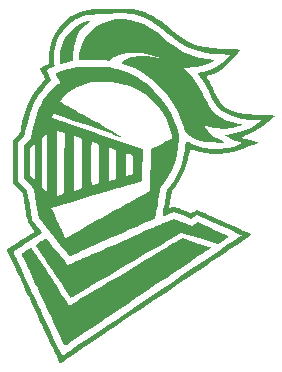
<source format=gbo>
%TF.GenerationSoftware,KiCad,Pcbnew,6.0.9-8da3e8f707~116~ubuntu20.04.1*%
%TF.CreationDate,2023-01-26T21:54:06-05:00*%
%TF.ProjectId,free2breathe_pcb,66726565-3262-4726-9561-7468655f7063,rev?*%
%TF.SameCoordinates,Original*%
%TF.FileFunction,Legend,Bot*%
%TF.FilePolarity,Positive*%
%FSLAX46Y46*%
G04 Gerber Fmt 4.6, Leading zero omitted, Abs format (unit mm)*
G04 Created by KiCad (PCBNEW 6.0.9-8da3e8f707~116~ubuntu20.04.1) date 2023-01-26 21:54:06*
%MOMM*%
%LPD*%
G01*
G04 APERTURE LIST*
G04 Aperture macros list*
%AMRoundRect*
0 Rectangle with rounded corners*
0 $1 Rounding radius*
0 $2 $3 $4 $5 $6 $7 $8 $9 X,Y pos of 4 corners*
0 Add a 4 corners polygon primitive as box body*
4,1,4,$2,$3,$4,$5,$6,$7,$8,$9,$2,$3,0*
0 Add four circle primitives for the rounded corners*
1,1,$1+$1,$2,$3*
1,1,$1+$1,$4,$5*
1,1,$1+$1,$6,$7*
1,1,$1+$1,$8,$9*
0 Add four rect primitives between the rounded corners*
20,1,$1+$1,$2,$3,$4,$5,0*
20,1,$1+$1,$4,$5,$6,$7,0*
20,1,$1+$1,$6,$7,$8,$9,0*
20,1,$1+$1,$8,$9,$2,$3,0*%
%AMRotRect*
0 Rectangle, with rotation*
0 The origin of the aperture is its center*
0 $1 length*
0 $2 width*
0 $3 Rotation angle, in degrees counterclockwise*
0 Add horizontal line*
21,1,$1,$2,0,0,$3*%
G04 Aperture macros list end*
%ADD10C,0.650000*%
%ADD11C,0.800000*%
%ADD12C,6.400000*%
%ADD13C,1.308000*%
%ADD14C,2.250000*%
%ADD15RotRect,1.498600X1.498600X330.000000*%
%ADD16C,1.498600*%
%ADD17R,1.800000X1.800000*%
%ADD18C,1.800000*%
%ADD19RotRect,1.308000X1.308000X210.000000*%
%ADD20RotRect,1.498600X1.498600X210.000000*%
%ADD21RoundRect,0.250000X-0.625000X0.350000X-0.625000X-0.350000X0.625000X-0.350000X0.625000X0.350000X0*%
%ADD22O,1.750000X1.200000*%
%ADD23RotRect,1.308000X1.308000X330.000000*%
%ADD24R,1.600000X1.600000*%
%ADD25O,1.600000X1.600000*%
%ADD26C,1.524000*%
G04 APERTURE END LIST*
%TO.C,G\u002A\u002A\u002A*%
G36*
X132184937Y-87210457D02*
G01*
X131956948Y-87382650D01*
X131741306Y-87541999D01*
X131552560Y-87677258D01*
X131405262Y-87777179D01*
X131354964Y-87808797D01*
X131112570Y-87947448D01*
X130838317Y-88088313D01*
X130582403Y-88205275D01*
X130128935Y-88395143D01*
X130863424Y-88587242D01*
X130995027Y-88622162D01*
X131233401Y-88688246D01*
X131424624Y-88745053D01*
X131551770Y-88787444D01*
X131597913Y-88810280D01*
X131593704Y-88816872D01*
X131520349Y-88858265D01*
X131362509Y-88926688D01*
X131129034Y-89018727D01*
X130828773Y-89130969D01*
X130470578Y-89259997D01*
X130063297Y-89402397D01*
X130045364Y-89408565D01*
X129453397Y-89587932D01*
X128900968Y-89702482D01*
X128355742Y-89757252D01*
X127785388Y-89757279D01*
X127760095Y-89756151D01*
X127176429Y-89707274D01*
X126648407Y-89613721D01*
X126139588Y-89469110D01*
X125986450Y-89419934D01*
X125868063Y-89386804D01*
X125818821Y-89379784D01*
X125817562Y-89382903D01*
X125803325Y-89452086D01*
X125779776Y-89590876D01*
X125751305Y-89773658D01*
X125744866Y-89815443D01*
X125584058Y-90533003D01*
X125334562Y-91235683D01*
X125005502Y-91901695D01*
X124605999Y-92509249D01*
X124274918Y-92947225D01*
X124171690Y-93544437D01*
X124131345Y-93774362D01*
X124091677Y-93993504D01*
X124059870Y-94161952D01*
X124040437Y-94255268D01*
X124025441Y-94328731D01*
X124040918Y-94360811D01*
X124109037Y-94346828D01*
X124249986Y-94290142D01*
X124300620Y-94269623D01*
X124369271Y-94249615D01*
X124442708Y-94247061D01*
X124538718Y-94266000D01*
X124675088Y-94310467D01*
X124869603Y-94384498D01*
X125140052Y-94492130D01*
X125258375Y-94539184D01*
X125495104Y-94631472D01*
X125691633Y-94705602D01*
X125830178Y-94754942D01*
X125892954Y-94772863D01*
X125917285Y-94767131D01*
X126014630Y-94721988D01*
X126144235Y-94646620D01*
X126205524Y-94609579D01*
X126327894Y-94545663D01*
X126403343Y-94520378D01*
X126455830Y-94539210D01*
X126590076Y-94595216D01*
X126794909Y-94683552D01*
X127059493Y-94799348D01*
X127372994Y-94937738D01*
X127724576Y-95093852D01*
X128103405Y-95262822D01*
X128498646Y-95439781D01*
X128899465Y-95619860D01*
X129295025Y-95798192D01*
X129674493Y-95969907D01*
X130027033Y-96130138D01*
X130341811Y-96274016D01*
X130607992Y-96396674D01*
X130814741Y-96493244D01*
X130951223Y-96558856D01*
X131006603Y-96588644D01*
X131006005Y-96590980D01*
X130953974Y-96634869D01*
X130824843Y-96729954D01*
X130624370Y-96872285D01*
X130358318Y-97057912D01*
X130032445Y-97282884D01*
X129652513Y-97543251D01*
X129224282Y-97835064D01*
X128753513Y-98154371D01*
X128245966Y-98497222D01*
X127707402Y-98859667D01*
X127143581Y-99237755D01*
X125962280Y-100028543D01*
X124817581Y-100794872D01*
X123751669Y-101508506D01*
X122761919Y-102171208D01*
X121845708Y-102784739D01*
X121000410Y-103350860D01*
X120223401Y-103871332D01*
X119512057Y-104347918D01*
X118863753Y-104782378D01*
X118275864Y-105176473D01*
X117745767Y-105531966D01*
X117270836Y-105850617D01*
X116848448Y-106134189D01*
X116475977Y-106384442D01*
X116150799Y-106603138D01*
X115870290Y-106792038D01*
X115631825Y-106952903D01*
X115432780Y-107087496D01*
X115270530Y-107197577D01*
X115142451Y-107284909D01*
X115045918Y-107351251D01*
X114978307Y-107398366D01*
X114936993Y-107428016D01*
X114919351Y-107441961D01*
X114887569Y-107466791D01*
X114816301Y-107484161D01*
X114801596Y-107461989D01*
X114746553Y-107357249D01*
X114654973Y-107173282D01*
X114530402Y-106917497D01*
X114376383Y-106597304D01*
X114196460Y-106220115D01*
X113994176Y-105793339D01*
X113773076Y-105324386D01*
X113536702Y-104820668D01*
X113288600Y-104289594D01*
X113153482Y-103999745D01*
X112902763Y-103461955D01*
X112661798Y-102945144D01*
X112434703Y-102458132D01*
X112225590Y-102009739D01*
X112038574Y-101608786D01*
X111877767Y-101264092D01*
X111747285Y-100984477D01*
X111651240Y-100778761D01*
X111593747Y-100655765D01*
X111393807Y-100228761D01*
X111161993Y-99733780D01*
X110967189Y-99317962D01*
X110806090Y-98974264D01*
X110675393Y-98695645D01*
X110571794Y-98475060D01*
X110491989Y-98305470D01*
X110432674Y-98179830D01*
X110390546Y-98091099D01*
X110350844Y-98003801D01*
X110869425Y-98003801D01*
X110881708Y-98053578D01*
X110931756Y-98183275D01*
X111014612Y-98380038D01*
X111124922Y-98631453D01*
X111257329Y-98925106D01*
X111406477Y-99248584D01*
X111490944Y-99429877D01*
X111676775Y-99828740D01*
X111868295Y-100239823D01*
X112053418Y-100637184D01*
X112220058Y-100994883D01*
X112356130Y-101286978D01*
X112357020Y-101288888D01*
X112457732Y-101505029D01*
X112594984Y-101799509D01*
X112762693Y-102159280D01*
X112954777Y-102571298D01*
X113165155Y-103022516D01*
X113387742Y-103499888D01*
X113616458Y-103990370D01*
X113845220Y-104480914D01*
X113918436Y-104637629D01*
X114128545Y-105084192D01*
X114325751Y-105498762D01*
X114505862Y-105872806D01*
X114664682Y-106197791D01*
X114798016Y-106465183D01*
X114901670Y-106666450D01*
X114971449Y-106793059D01*
X115003158Y-106836475D01*
X115024422Y-106829155D01*
X115119876Y-106776837D01*
X115265342Y-106685641D01*
X115438867Y-106569042D01*
X115479033Y-106541504D01*
X115615954Y-106448672D01*
X115827207Y-106306163D01*
X116106493Y-106118205D01*
X116447514Y-105889024D01*
X116843969Y-105622847D01*
X117289560Y-105323901D01*
X117777989Y-104996411D01*
X118302955Y-104644606D01*
X118858162Y-104272711D01*
X119437308Y-103884954D01*
X120034096Y-103485561D01*
X120272444Y-103326081D01*
X121410916Y-102564245D01*
X122468082Y-101856670D01*
X123446188Y-101201845D01*
X124347477Y-100598263D01*
X125174193Y-100044414D01*
X125928580Y-99538791D01*
X126612883Y-99079884D01*
X127229344Y-98666185D01*
X127780208Y-98296184D01*
X128267718Y-97968374D01*
X128694120Y-97681246D01*
X129061657Y-97433291D01*
X129372572Y-97223000D01*
X129629110Y-97048864D01*
X129833515Y-96909375D01*
X129988030Y-96803025D01*
X130094901Y-96728303D01*
X130156369Y-96683703D01*
X130174681Y-96667715D01*
X130166590Y-96663509D01*
X130085776Y-96625743D01*
X129926409Y-96552757D01*
X129698294Y-96448996D01*
X129411236Y-96318907D01*
X129075040Y-96166936D01*
X128699510Y-95997528D01*
X128294453Y-95815129D01*
X126430158Y-94976363D01*
X126180133Y-95120714D01*
X125930107Y-95265066D01*
X125191346Y-94967068D01*
X124452585Y-94669071D01*
X123981044Y-94876431D01*
X123838658Y-94937714D01*
X123664180Y-95008533D01*
X123541021Y-95053144D01*
X123489510Y-95063797D01*
X123488966Y-95044793D01*
X123500813Y-94941338D01*
X123527099Y-94760730D01*
X123565621Y-94517148D01*
X123614177Y-94224774D01*
X123670567Y-93897786D01*
X123871618Y-92751768D01*
X124172896Y-92372641D01*
X124428550Y-92030472D01*
X124741618Y-91526108D01*
X124982618Y-91011303D01*
X125031386Y-90878341D01*
X125128885Y-90559820D01*
X125223384Y-90190337D01*
X125307444Y-89802739D01*
X125373627Y-89429869D01*
X125414492Y-89104572D01*
X125418889Y-89057728D01*
X125440352Y-88882467D01*
X125463480Y-88759565D01*
X125483977Y-88713220D01*
X125488494Y-88713917D01*
X125560521Y-88742061D01*
X125693217Y-88803124D01*
X125861788Y-88885782D01*
X125936079Y-88921948D01*
X126459997Y-89120578D01*
X127039270Y-89255040D01*
X127654012Y-89325015D01*
X128284340Y-89330182D01*
X128910368Y-89270220D01*
X129512213Y-89144808D01*
X130069989Y-88953627D01*
X130233715Y-88884260D01*
X129817504Y-88717002D01*
X129703573Y-88669732D01*
X129484049Y-88571866D01*
X129267018Y-88467863D01*
X129070466Y-88367099D01*
X128912374Y-88278947D01*
X128810729Y-88212785D01*
X128783513Y-88177985D01*
X128793584Y-88173562D01*
X128880169Y-88155299D01*
X129033584Y-88131356D01*
X129229174Y-88105729D01*
X129652071Y-88035244D01*
X130314428Y-87843212D01*
X130945467Y-87557625D01*
X131535663Y-87182296D01*
X131902637Y-86910965D01*
X131207432Y-86877172D01*
X130957356Y-86861797D01*
X130233113Y-86775407D01*
X129590563Y-86630733D01*
X129030030Y-86427861D01*
X128551835Y-86166879D01*
X128519630Y-86145298D01*
X128365242Y-86033084D01*
X128231987Y-85914830D01*
X128109554Y-85776141D01*
X127987627Y-85602621D01*
X127855894Y-85379876D01*
X127704042Y-85093511D01*
X127521758Y-84729131D01*
X127396999Y-84481433D01*
X127229310Y-84162643D01*
X127062631Y-83859348D01*
X126910936Y-83596855D01*
X126788195Y-83400472D01*
X126689980Y-83250195D01*
X126590827Y-83089220D01*
X126527810Y-82975075D01*
X126511518Y-82925924D01*
X126520571Y-82920813D01*
X126604570Y-82892772D01*
X126754231Y-82851462D01*
X126944830Y-82803848D01*
X127497720Y-82630492D01*
X128032986Y-82372784D01*
X128508724Y-82044882D01*
X128912602Y-81653991D01*
X129170713Y-81356050D01*
X128478050Y-81322840D01*
X127775801Y-81272699D01*
X127147150Y-81190223D01*
X126582685Y-81071494D01*
X126065870Y-80912255D01*
X125580168Y-80708246D01*
X125109046Y-80455209D01*
X124935842Y-80350148D01*
X124766112Y-80240353D01*
X124601654Y-80123999D01*
X124426534Y-79988737D01*
X124224818Y-79822220D01*
X123980575Y-79612099D01*
X123677869Y-79346024D01*
X123135974Y-78912457D01*
X122513625Y-78514310D01*
X121873479Y-78203384D01*
X121227751Y-77986456D01*
X121057073Y-77947330D01*
X120683440Y-77887540D01*
X120286156Y-77851318D01*
X119904968Y-77841674D01*
X119579622Y-77861619D01*
X119565540Y-77863333D01*
X119386822Y-77880413D01*
X119132307Y-77899230D01*
X118824643Y-77918364D01*
X118486478Y-77936395D01*
X118140457Y-77951901D01*
X117908195Y-77961816D01*
X117538702Y-77982050D01*
X117241587Y-78007520D01*
X116998165Y-78041989D01*
X116789754Y-78089217D01*
X116597668Y-78152967D01*
X116403223Y-78237001D01*
X116187736Y-78345082D01*
X115823594Y-78572437D01*
X115415419Y-78924384D01*
X115052966Y-79346248D01*
X114747265Y-79822818D01*
X114509344Y-80338885D01*
X114350232Y-80879238D01*
X114323552Y-81030421D01*
X114292306Y-81329209D01*
X114281150Y-81640950D01*
X114290898Y-81928511D01*
X114322359Y-82154756D01*
X114364873Y-82337644D01*
X114018172Y-82505367D01*
X113983067Y-82522497D01*
X113825013Y-82603734D01*
X113714204Y-82667492D01*
X113672800Y-82701207D01*
X113676060Y-82711784D01*
X113713329Y-82792833D01*
X113783298Y-82932209D01*
X113874788Y-83107432D01*
X113909201Y-83172778D01*
X113994132Y-83338979D01*
X114053262Y-83462107D01*
X114075448Y-83519292D01*
X114062960Y-83540247D01*
X113992669Y-83620899D01*
X113874291Y-83743975D01*
X113723712Y-83892617D01*
X113336649Y-84318211D01*
X112951308Y-84862243D01*
X112614685Y-85473778D01*
X112336018Y-86137873D01*
X112329933Y-86154935D01*
X112246993Y-86410977D01*
X112156997Y-86724131D01*
X112067686Y-87063792D01*
X111986801Y-87399358D01*
X111922083Y-87700223D01*
X111881272Y-87935785D01*
X111876096Y-87971608D01*
X111846893Y-88102005D01*
X111793872Y-88212627D01*
X111699657Y-88332255D01*
X111546870Y-88489672D01*
X111247614Y-88785805D01*
X111247614Y-92049433D01*
X111645383Y-92471720D01*
X112043151Y-92894006D01*
X112123789Y-93341089D01*
X112136487Y-93412182D01*
X112178846Y-93654915D01*
X112230046Y-93954046D01*
X112284744Y-94278230D01*
X112337601Y-94596123D01*
X112470776Y-95404075D01*
X112758487Y-95757554D01*
X112801413Y-95810445D01*
X112950786Y-95996521D01*
X113085750Y-96167399D01*
X113181436Y-96291675D01*
X113316674Y-96472317D01*
X112105283Y-97218264D01*
X112057661Y-97247608D01*
X111746618Y-97440220D01*
X111465878Y-97615669D01*
X111226616Y-97766853D01*
X111040004Y-97886672D01*
X110917216Y-97968022D01*
X110869425Y-98003801D01*
X110350844Y-98003801D01*
X110347140Y-97995656D01*
X110303394Y-97883682D01*
X110294321Y-97833556D01*
X110294745Y-97833234D01*
X110345605Y-97800995D01*
X110470679Y-97723355D01*
X110658686Y-97607270D01*
X110898342Y-97459698D01*
X111178366Y-97287594D01*
X111487475Y-97097915D01*
X111506532Y-97086226D01*
X111813261Y-96896859D01*
X112089033Y-96724390D01*
X112322773Y-96575921D01*
X112503405Y-96458552D01*
X112619853Y-96379384D01*
X112661041Y-96345518D01*
X112643455Y-96310001D01*
X112577168Y-96214014D01*
X112478570Y-96085785D01*
X112444390Y-96043204D01*
X112324931Y-95894190D01*
X112231902Y-95771236D01*
X112159753Y-95658662D01*
X112102930Y-95540789D01*
X112055882Y-95401935D01*
X112013054Y-95226422D01*
X111968895Y-94998569D01*
X111917852Y-94702697D01*
X111854373Y-94323126D01*
X111648197Y-93093687D01*
X110844557Y-92222763D01*
X110844098Y-90403290D01*
X110843638Y-88583816D01*
X111142681Y-88287894D01*
X111231793Y-88198560D01*
X111349624Y-88068092D01*
X111421168Y-87956118D01*
X111464706Y-87830291D01*
X111498520Y-87658262D01*
X111614123Y-87082103D01*
X111833106Y-86293747D01*
X112110986Y-85557350D01*
X112443210Y-84883030D01*
X112825223Y-84280909D01*
X113252469Y-83761107D01*
X113568919Y-83425654D01*
X113342461Y-83005612D01*
X113288101Y-82903141D01*
X113199695Y-82728200D01*
X113138728Y-82596120D01*
X113116004Y-82529613D01*
X113119090Y-82520788D01*
X113181747Y-82465029D01*
X113308543Y-82384982D01*
X113477603Y-82294848D01*
X113839203Y-82116039D01*
X113848979Y-81589481D01*
X113856861Y-81397675D01*
X113944520Y-80766563D01*
X114121804Y-80161982D01*
X114382583Y-79593856D01*
X114720726Y-79072107D01*
X115130104Y-78606656D01*
X115604586Y-78207426D01*
X116138043Y-77884340D01*
X116245026Y-77832787D01*
X116527178Y-77719604D01*
X116827117Y-77635582D01*
X117165424Y-77576764D01*
X117562679Y-77539197D01*
X118039463Y-77518924D01*
X118183501Y-77515304D01*
X118576708Y-77505028D01*
X119009361Y-77493282D01*
X119438250Y-77481253D01*
X119820166Y-77470123D01*
X120082091Y-77463803D01*
X120470323Y-77463778D01*
X120796928Y-77480736D01*
X121086463Y-77518335D01*
X121363487Y-77580231D01*
X121652557Y-77670083D01*
X121978231Y-77791549D01*
X122289175Y-77921484D01*
X122659242Y-78102118D01*
X123013358Y-78309626D01*
X123371384Y-78556925D01*
X123753179Y-78856931D01*
X124178606Y-79222561D01*
X124474911Y-79476319D01*
X125019358Y-79890066D01*
X125544590Y-80216412D01*
X126059620Y-80460644D01*
X126573459Y-80628053D01*
X126607055Y-80636449D01*
X127150118Y-80746641D01*
X127767431Y-80829749D01*
X128436778Y-80883371D01*
X129135941Y-80905105D01*
X129395238Y-80908839D01*
X129649794Y-80916798D01*
X129851519Y-80927876D01*
X129984361Y-80941166D01*
X130032263Y-80955761D01*
X130021710Y-80981688D01*
X129956281Y-81076919D01*
X129842140Y-81222323D01*
X129692193Y-81402789D01*
X129519346Y-81603210D01*
X129336505Y-81808474D01*
X129156575Y-82003474D01*
X128992462Y-82173101D01*
X128799110Y-82350471D01*
X128407346Y-82642139D01*
X127982011Y-82887613D01*
X127560265Y-83063786D01*
X127555496Y-83065353D01*
X127388647Y-83121544D01*
X127265054Y-83165695D01*
X127211161Y-83188367D01*
X127216370Y-83217117D01*
X127260351Y-83311854D01*
X127335242Y-83446625D01*
X127383022Y-83531761D01*
X127478707Y-83711592D01*
X127599972Y-83946212D01*
X127736108Y-84214847D01*
X127876408Y-84496719D01*
X127984220Y-84712293D01*
X128119016Y-84973537D01*
X128240478Y-85200143D01*
X128338478Y-85373310D01*
X128402890Y-85474235D01*
X128584675Y-85659262D01*
X128861176Y-85851186D01*
X129203909Y-86027799D01*
X129594854Y-86181077D01*
X130015992Y-86302996D01*
X130449303Y-86385533D01*
X130471600Y-86388464D01*
X130658056Y-86406930D01*
X130919241Y-86426020D01*
X131232672Y-86444394D01*
X131575866Y-86460711D01*
X131926341Y-86473630D01*
X132053827Y-86477799D01*
X132359676Y-86489604D01*
X132622686Y-86502304D01*
X132828325Y-86515044D01*
X132962063Y-86526971D01*
X133009370Y-86537232D01*
X133000800Y-86550507D01*
X132929340Y-86618205D01*
X132797473Y-86729296D01*
X132619750Y-86872533D01*
X132570806Y-86910965D01*
X132410721Y-87036669D01*
X132184937Y-87210457D01*
G37*
G36*
X126360208Y-97275627D02*
G01*
X126601699Y-97356062D01*
X126904254Y-97457603D01*
X127164112Y-97545703D01*
X127367969Y-97615813D01*
X127502521Y-97663385D01*
X127554465Y-97683871D01*
X127559633Y-97690362D01*
X127557334Y-97701010D01*
X127540748Y-97719766D01*
X127503555Y-97751015D01*
X127439433Y-97799140D01*
X127342059Y-97868525D01*
X127205113Y-97963555D01*
X127022272Y-98088612D01*
X126787216Y-98248082D01*
X126493621Y-98446348D01*
X126135167Y-98687794D01*
X125705532Y-98976803D01*
X125198395Y-99317761D01*
X124756823Y-99614692D01*
X124288443Y-99929813D01*
X123825016Y-100241754D01*
X123379691Y-100541659D01*
X122965613Y-100820671D01*
X122595929Y-101069935D01*
X122283786Y-101280594D01*
X122042331Y-101443792D01*
X121987533Y-101480861D01*
X121708770Y-101669145D01*
X121365423Y-101900686D01*
X120973100Y-102164980D01*
X120547404Y-102451520D01*
X120103942Y-102749802D01*
X119658320Y-103049320D01*
X119226143Y-103339569D01*
X119144373Y-103394471D01*
X118702612Y-103691399D01*
X118246414Y-103998514D01*
X117792170Y-104304752D01*
X117356272Y-104599047D01*
X116955110Y-104870334D01*
X116605078Y-105107549D01*
X116322565Y-105299626D01*
X116077065Y-105465881D01*
X115808742Y-105644937D01*
X115576966Y-105796707D01*
X115393381Y-105913674D01*
X115269634Y-105988320D01*
X115217368Y-106013127D01*
X115213646Y-106011069D01*
X115189004Y-105977925D01*
X115145172Y-105900549D01*
X115079614Y-105773651D01*
X114989796Y-105591940D01*
X114873180Y-105350128D01*
X114727234Y-105042922D01*
X114549421Y-104665034D01*
X114337206Y-104211174D01*
X114088054Y-103676050D01*
X113799429Y-103054374D01*
X113747458Y-102942420D01*
X113614177Y-102655916D01*
X113460407Y-102325966D01*
X113301296Y-101985065D01*
X113151994Y-101665706D01*
X113057062Y-101462858D01*
X112903764Y-101135304D01*
X112726804Y-100757196D01*
X112537011Y-100351671D01*
X112345212Y-99941866D01*
X112162238Y-99550918D01*
X112129210Y-99480329D01*
X111974821Y-99149755D01*
X111836442Y-98852492D01*
X111719452Y-98600164D01*
X111629229Y-98404395D01*
X111571151Y-98276809D01*
X111550597Y-98229028D01*
X111551326Y-98227565D01*
X111600941Y-98190642D01*
X111713103Y-98118219D01*
X111866203Y-98024315D01*
X111868629Y-98022857D01*
X112041533Y-97918437D01*
X112192730Y-97826248D01*
X112289737Y-97766095D01*
X112318609Y-97750909D01*
X112352949Y-97748202D01*
X112394413Y-97769923D01*
X112449744Y-97824743D01*
X112525685Y-97921337D01*
X112628978Y-98068378D01*
X112766366Y-98274539D01*
X112944591Y-98548494D01*
X113170396Y-98898915D01*
X113360379Y-99194213D01*
X113586839Y-99546039D01*
X113806094Y-99886506D01*
X114006292Y-100197215D01*
X114175582Y-100459768D01*
X114302110Y-100655765D01*
X114341072Y-100716070D01*
X114514435Y-100984672D01*
X114714753Y-101295367D01*
X114920218Y-101614319D01*
X115109022Y-101907690D01*
X115194536Y-102039486D01*
X115364578Y-102291452D01*
X115491328Y-102461693D01*
X115578517Y-102555000D01*
X115629879Y-102576163D01*
X115657522Y-102562853D01*
X115717067Y-102530393D01*
X115811193Y-102476890D01*
X115943901Y-102399967D01*
X116119193Y-102297244D01*
X116341070Y-102166342D01*
X116613534Y-102004884D01*
X116940586Y-101810490D01*
X117326227Y-101580782D01*
X117774459Y-101313381D01*
X118289283Y-101005909D01*
X118874701Y-100655987D01*
X119534715Y-100261236D01*
X120273325Y-99819277D01*
X121094533Y-99327733D01*
X121493807Y-99088746D01*
X122012725Y-98778248D01*
X122510652Y-98480422D01*
X122979382Y-98200173D01*
X123410707Y-97942401D01*
X123796422Y-97712011D01*
X124128321Y-97513905D01*
X124398196Y-97352985D01*
X124597843Y-97234154D01*
X124719055Y-97162315D01*
X125187513Y-96886244D01*
X126360208Y-97275627D01*
G37*
G36*
X125967495Y-95840882D02*
G01*
X126219980Y-95704808D01*
X126472465Y-95568735D01*
X127758520Y-96150634D01*
X127803265Y-96170902D01*
X128134172Y-96322253D01*
X128431971Y-96460947D01*
X128684838Y-96581291D01*
X128880946Y-96677588D01*
X129008467Y-96744144D01*
X129055576Y-96775263D01*
X129033616Y-96805740D01*
X128942102Y-96881674D01*
X128795334Y-96987522D01*
X128610407Y-97110413D01*
X128154236Y-97402835D01*
X126609875Y-96920725D01*
X125065515Y-96438616D01*
X124733801Y-96634836D01*
X124728070Y-96638226D01*
X124623520Y-96700020D01*
X124440269Y-96808286D01*
X124185842Y-96958581D01*
X123867765Y-97146461D01*
X123493562Y-97367479D01*
X123070758Y-97617193D01*
X122606879Y-97891158D01*
X122109449Y-98184929D01*
X121585993Y-98494061D01*
X121044036Y-98814111D01*
X120548936Y-99106527D01*
X119989378Y-99437106D01*
X119441602Y-99760819D01*
X118915004Y-100072109D01*
X118418986Y-100365415D01*
X117962945Y-100635178D01*
X117556281Y-100875841D01*
X117208393Y-101081843D01*
X116928680Y-101247626D01*
X116726541Y-101367631D01*
X116600429Y-101442366D01*
X116329660Y-101601061D01*
X116092710Y-101737550D01*
X115902762Y-101844372D01*
X115772998Y-101914066D01*
X115716601Y-101939173D01*
X115690562Y-101908220D01*
X115614497Y-101801667D01*
X115495105Y-101628325D01*
X115338685Y-101397727D01*
X115151534Y-101119408D01*
X114939954Y-100802900D01*
X114710241Y-100457738D01*
X114468696Y-100093453D01*
X114221618Y-99719581D01*
X113975305Y-99345654D01*
X113736056Y-98981206D01*
X113510171Y-98635771D01*
X113303948Y-98318880D01*
X113123687Y-98040070D01*
X112975685Y-97808871D01*
X112866244Y-97634819D01*
X112801660Y-97527446D01*
X112798789Y-97512025D01*
X112846007Y-97440339D01*
X112978673Y-97328309D01*
X113199311Y-97173689D01*
X113302676Y-97105587D01*
X113472521Y-96999913D01*
X113584189Y-96943835D01*
X113653464Y-96930321D01*
X113696131Y-96952337D01*
X113741657Y-97006582D01*
X113841739Y-97129396D01*
X113987061Y-97309279D01*
X114168685Y-97535139D01*
X114377673Y-97795883D01*
X114605086Y-98080417D01*
X114607845Y-98083874D01*
X114832068Y-98364742D01*
X115034901Y-98618710D01*
X115208024Y-98835370D01*
X115343117Y-99004311D01*
X115431861Y-99115126D01*
X115465935Y-99157406D01*
X115480563Y-99156203D01*
X115568017Y-99126529D01*
X115715410Y-99067491D01*
X115901476Y-98987391D01*
X115956107Y-98963238D01*
X116181323Y-98864271D01*
X116459645Y-98742611D01*
X116760864Y-98611446D01*
X117054772Y-98483962D01*
X117237540Y-98404581D01*
X117509179Y-98286133D01*
X117848384Y-98137904D01*
X118242353Y-97965498D01*
X118678285Y-97774522D01*
X119143378Y-97570580D01*
X119624831Y-97359278D01*
X120109841Y-97146222D01*
X120567181Y-96945301D01*
X121049188Y-96733698D01*
X121515564Y-96529107D01*
X121953508Y-96337137D01*
X122350217Y-96163397D01*
X122692889Y-96013497D01*
X122968721Y-95893046D01*
X123164911Y-95807653D01*
X123280656Y-95757390D01*
X123557240Y-95636968D01*
X123814847Y-95524405D01*
X124028908Y-95430449D01*
X124174851Y-95365850D01*
X124452585Y-95241738D01*
X125967495Y-95840882D01*
G37*
G36*
X124831046Y-89145590D02*
G01*
X124729080Y-89866530D01*
X124549485Y-90542704D01*
X124295002Y-91166337D01*
X123968374Y-91729653D01*
X123572340Y-92224878D01*
X123362094Y-92449193D01*
X123133453Y-93749895D01*
X123077249Y-94065736D01*
X123016929Y-94395956D01*
X122962568Y-94684540D01*
X122916949Y-94917012D01*
X122882856Y-95078897D01*
X122863074Y-95155721D01*
X122845342Y-95181147D01*
X122766410Y-95242010D01*
X122621179Y-95325122D01*
X122402688Y-95434058D01*
X122103974Y-95572393D01*
X121718074Y-95743702D01*
X121602264Y-95794407D01*
X121309252Y-95922806D01*
X120961212Y-96075438D01*
X120567977Y-96247979D01*
X120139381Y-96436109D01*
X119685258Y-96635507D01*
X119215442Y-96841851D01*
X118739767Y-97050819D01*
X118268066Y-97258091D01*
X117810173Y-97459345D01*
X117375922Y-97650259D01*
X116975148Y-97826512D01*
X116617682Y-97983783D01*
X116313361Y-98117751D01*
X116072016Y-98224093D01*
X115903483Y-98298489D01*
X115817595Y-98336618D01*
X115810362Y-98339852D01*
X115697154Y-98386368D01*
X115630278Y-98406671D01*
X115620718Y-98399256D01*
X115556846Y-98329223D01*
X115439909Y-98192040D01*
X115276699Y-97995957D01*
X115074010Y-97749221D01*
X114838633Y-97460082D01*
X114577363Y-97136788D01*
X114296991Y-96787588D01*
X112999528Y-95166528D01*
X112856083Y-94329486D01*
X114085912Y-94329486D01*
X114201208Y-94589047D01*
X114268480Y-94739552D01*
X114368887Y-94962362D01*
X114466261Y-95176839D01*
X114484484Y-95216868D01*
X114584039Y-95437418D01*
X114698131Y-95692368D01*
X114805518Y-95934294D01*
X114833736Y-95998184D01*
X114937359Y-96232458D01*
X115036549Y-96456263D01*
X115113154Y-96628628D01*
X115165706Y-96742901D01*
X115220209Y-96851702D01*
X115247871Y-96893737D01*
X115250174Y-96893170D01*
X115303670Y-96866951D01*
X115427672Y-96800458D01*
X115625064Y-96692092D01*
X115898734Y-96540251D01*
X116251566Y-96343337D01*
X116686447Y-96099749D01*
X117206263Y-95807887D01*
X117483149Y-95652513D01*
X117796894Y-95476936D01*
X118094271Y-95310973D01*
X118351409Y-95167947D01*
X118544434Y-95061179D01*
X118757448Y-94943250D01*
X119034896Y-94788475D01*
X119329491Y-94623209D01*
X119604871Y-94467799D01*
X119621408Y-94458432D01*
X119877417Y-94313885D01*
X120131125Y-94171376D01*
X120354039Y-94046872D01*
X120517662Y-93956339D01*
X120625853Y-93896779D01*
X120826217Y-93785940D01*
X121076366Y-93647180D01*
X121354761Y-93492450D01*
X121639866Y-93333698D01*
X122455243Y-92879224D01*
X122483201Y-89394930D01*
X123404772Y-88921937D01*
X123490446Y-88877823D01*
X123810123Y-88709637D01*
X124046518Y-88578004D01*
X124206665Y-88478630D01*
X124297595Y-88407224D01*
X124326342Y-88359494D01*
X124324644Y-88327266D01*
X124294544Y-88163909D01*
X124232745Y-87938017D01*
X124146965Y-87672471D01*
X124044920Y-87390153D01*
X123934328Y-87113944D01*
X123822904Y-86866726D01*
X123513906Y-86311280D01*
X123080916Y-85717255D01*
X122578478Y-85190741D01*
X122012629Y-84735347D01*
X121389403Y-84354680D01*
X120714836Y-84052347D01*
X119994963Y-83831955D01*
X119235819Y-83697112D01*
X118443440Y-83651424D01*
X118431888Y-83651432D01*
X117953338Y-83664767D01*
X117538078Y-83706932D01*
X117151985Y-83782922D01*
X116760934Y-83897733D01*
X116521390Y-83982407D01*
X116233634Y-84103267D01*
X115969756Y-84243694D01*
X115685302Y-84425499D01*
X115596334Y-84490886D01*
X115435115Y-84626471D01*
X115264432Y-84785549D01*
X115101577Y-84950352D01*
X114963842Y-85103108D01*
X114868520Y-85226050D01*
X114832903Y-85301408D01*
X114852220Y-85333675D01*
X114939303Y-85405635D01*
X115072764Y-85488253D01*
X115085632Y-85495324D01*
X115250405Y-85586978D01*
X115479046Y-85715602D01*
X115762079Y-85875763D01*
X116090026Y-86062027D01*
X116453410Y-86268961D01*
X116842752Y-86491131D01*
X117248577Y-86723104D01*
X117661407Y-86959446D01*
X118071764Y-87194725D01*
X118470171Y-87423506D01*
X118847150Y-87640356D01*
X119193225Y-87839842D01*
X119498918Y-88016531D01*
X119754752Y-88164989D01*
X119951249Y-88279782D01*
X120078933Y-88355477D01*
X120128325Y-88386641D01*
X120130598Y-88389393D01*
X120100978Y-88389233D01*
X120007785Y-88357169D01*
X119982689Y-88347610D01*
X119858777Y-88302513D01*
X119662010Y-88232340D01*
X119408622Y-88142833D01*
X119114847Y-88039735D01*
X118796919Y-87928791D01*
X118599681Y-87860149D01*
X118015151Y-87656666D01*
X117420360Y-87449531D01*
X116832917Y-87244881D01*
X116270431Y-87048852D01*
X115750510Y-86867581D01*
X115290764Y-86707203D01*
X114908802Y-86573855D01*
X114835214Y-86548479D01*
X114602106Y-86472663D01*
X114408513Y-86416532D01*
X114272864Y-86385133D01*
X114213587Y-86383510D01*
X114173259Y-86455887D01*
X114130662Y-86575897D01*
X114086645Y-86729375D01*
X114699635Y-86935536D01*
X114745532Y-86950980D01*
X114932301Y-87013903D01*
X115201284Y-87104590D01*
X115542620Y-87219715D01*
X115946449Y-87355951D01*
X116402909Y-87509971D01*
X116902140Y-87678448D01*
X117434282Y-87858055D01*
X117898293Y-88014685D01*
X117989475Y-88045464D01*
X118557857Y-88237348D01*
X120740579Y-88974277D01*
X121803089Y-89333001D01*
X121802024Y-89441338D01*
X121782250Y-91452960D01*
X121776243Y-92064049D01*
X121650000Y-92099619D01*
X121604573Y-92112815D01*
X121466241Y-92153403D01*
X121245382Y-92218387D01*
X120950044Y-92305391D01*
X120588277Y-92412044D01*
X120168129Y-92535971D01*
X119697649Y-92674798D01*
X119616090Y-92698872D01*
X119184887Y-92826152D01*
X118637892Y-92987659D01*
X118064712Y-93156945D01*
X117636987Y-93283278D01*
X117075611Y-93449055D01*
X116543420Y-93606178D01*
X116048873Y-93752151D01*
X115600427Y-93884478D01*
X115206543Y-94000664D01*
X114875678Y-94098215D01*
X114616292Y-94174633D01*
X114436843Y-94227424D01*
X114345789Y-94254093D01*
X114085912Y-94329486D01*
X112856083Y-94329486D01*
X112789253Y-93939517D01*
X112578977Y-92712506D01*
X112460452Y-92580463D01*
X113267495Y-92580463D01*
X113494732Y-92803479D01*
X113721968Y-93026495D01*
X113721968Y-90550959D01*
X114529921Y-90550959D01*
X114530156Y-90858168D01*
X114531585Y-91357582D01*
X114534201Y-91819884D01*
X114537878Y-92235946D01*
X114542491Y-92596643D01*
X114547915Y-92892850D01*
X114554024Y-93115440D01*
X114560692Y-93255288D01*
X114567793Y-93303269D01*
X114609795Y-93292708D01*
X114726458Y-93258095D01*
X114883400Y-93208732D01*
X115161133Y-93119376D01*
X115174120Y-90586184D01*
X115994334Y-90586184D01*
X115994538Y-91001172D01*
X115995240Y-91446021D01*
X115996390Y-91849579D01*
X115997934Y-92201897D01*
X115999817Y-92493024D01*
X116001985Y-92713009D01*
X116004383Y-92851901D01*
X116006958Y-92899750D01*
X116054153Y-92884690D01*
X116172501Y-92847618D01*
X116335189Y-92796949D01*
X116650795Y-92698872D01*
X116650795Y-90601456D01*
X117458748Y-90601456D01*
X117459299Y-91051009D01*
X117461402Y-91469345D01*
X117465335Y-91801546D01*
X117471367Y-92055481D01*
X117479767Y-92239020D01*
X117490804Y-92360032D01*
X117504749Y-92426386D01*
X117521869Y-92445951D01*
X117561607Y-92438811D01*
X117682063Y-92406419D01*
X117837475Y-92357582D01*
X118089960Y-92273260D01*
X118103165Y-90636681D01*
X118923161Y-90636681D01*
X118923188Y-90689720D01*
X118924840Y-91050672D01*
X118928813Y-91374315D01*
X118934762Y-91647914D01*
X118942344Y-91858731D01*
X118951216Y-91994030D01*
X118961034Y-92041073D01*
X119002702Y-92031041D01*
X119119421Y-91997844D01*
X119276640Y-91950421D01*
X119554374Y-91864720D01*
X119573637Y-90135533D01*
X120394389Y-90135533D01*
X120395621Y-90394289D01*
X120399058Y-90689788D01*
X120412823Y-91620468D01*
X120690557Y-91536714D01*
X120968290Y-91452960D01*
X120968290Y-89909538D01*
X120694605Y-89816509D01*
X120575938Y-89778476D01*
X120456433Y-89746522D01*
X120403106Y-89741294D01*
X120398266Y-89792835D01*
X120395294Y-89929665D01*
X120394389Y-90135533D01*
X119573637Y-90135533D01*
X119581370Y-89441338D01*
X119252266Y-89334339D01*
X118923161Y-89227339D01*
X118923161Y-90636681D01*
X118103165Y-90636681D01*
X118103269Y-90623769D01*
X118116578Y-88974277D01*
X117850784Y-88886890D01*
X117743280Y-88851348D01*
X117602902Y-88804272D01*
X117521869Y-88776208D01*
X117505149Y-88788947D01*
X117491203Y-88847359D01*
X117480151Y-88959477D01*
X117471719Y-89133180D01*
X117465635Y-89376350D01*
X117461627Y-89696866D01*
X117459422Y-90102608D01*
X117458748Y-90601456D01*
X116650795Y-90601456D01*
X116650795Y-88481327D01*
X116322565Y-88374611D01*
X115994334Y-88267896D01*
X115994334Y-90586184D01*
X115174120Y-90586184D01*
X115174218Y-90567030D01*
X115187303Y-88014685D01*
X114921733Y-87927373D01*
X114814456Y-87891905D01*
X114674089Y-87844833D01*
X114593042Y-87816765D01*
X114581507Y-87824551D01*
X114569063Y-87872381D01*
X114558651Y-87968664D01*
X114556928Y-87999216D01*
X114550119Y-88119966D01*
X114543315Y-88332855D01*
X114538089Y-88613898D01*
X114534288Y-88969663D01*
X114531761Y-89406716D01*
X114530355Y-89931626D01*
X114529921Y-90550959D01*
X113721968Y-90550959D01*
X113721968Y-87999216D01*
X113496388Y-88192103D01*
X113270807Y-88384990D01*
X113269151Y-90482726D01*
X113267980Y-91965526D01*
X113267495Y-92580463D01*
X112460452Y-92580463D01*
X111752585Y-91791860D01*
X111752585Y-91571054D01*
X112308052Y-91571054D01*
X112712028Y-91965526D01*
X112712028Y-90465616D01*
X112711879Y-90337010D01*
X112709734Y-89969685D01*
X112705304Y-89641331D01*
X112698923Y-89364351D01*
X112690928Y-89151151D01*
X112681654Y-89014134D01*
X112671437Y-88965706D01*
X112652341Y-88973095D01*
X112574145Y-89032586D01*
X112469449Y-89132225D01*
X112308052Y-89298744D01*
X112308052Y-91571054D01*
X111752585Y-91571054D01*
X111752585Y-89044168D01*
X112367601Y-88423636D01*
X112463393Y-87874094D01*
X112514643Y-87604289D01*
X112659383Y-86995645D01*
X112836553Y-86412517D01*
X113035345Y-85892353D01*
X113157247Y-85631587D01*
X113405581Y-85188915D01*
X113687899Y-84776076D01*
X113990671Y-84410352D01*
X114300365Y-84109027D01*
X114603450Y-83889384D01*
X114691663Y-83836408D01*
X114793312Y-83770822D01*
X114832903Y-83738343D01*
X114829006Y-83727927D01*
X114790150Y-83649042D01*
X114718512Y-83511477D01*
X114625116Y-83336548D01*
X114585359Y-83261319D01*
X114504891Y-83097135D01*
X114455068Y-82977159D01*
X114445398Y-82923256D01*
X114516451Y-82885818D01*
X114665375Y-82829714D01*
X114871339Y-82761495D01*
X115113786Y-82687439D01*
X115372153Y-82613822D01*
X115625882Y-82546924D01*
X115854411Y-82493023D01*
X116013059Y-82460438D01*
X116188861Y-82430702D01*
X116370364Y-82409186D01*
X116576623Y-82394605D01*
X116826694Y-82385672D01*
X117139632Y-82381100D01*
X117534493Y-82379604D01*
X117887783Y-82380153D01*
X118207785Y-82383653D01*
X118462391Y-82391407D01*
X118670465Y-82404661D01*
X118850874Y-82424661D01*
X119022484Y-82452653D01*
X119204160Y-82489882D01*
X119941750Y-82682635D01*
X120682295Y-82952598D01*
X121351145Y-83285031D01*
X121954218Y-83682500D01*
X122051678Y-83758071D01*
X122401248Y-84058319D01*
X122767053Y-84410842D01*
X123123693Y-84789081D01*
X123445769Y-85166471D01*
X123707881Y-85516452D01*
X123934868Y-85872606D01*
X124172253Y-86291618D01*
X124392818Y-86725694D01*
X124580826Y-87143780D01*
X124720541Y-87514818D01*
X124733034Y-87553320D01*
X124787538Y-87736931D01*
X124823245Y-87902316D01*
X124843888Y-88079261D01*
X124853200Y-88297553D01*
X124853567Y-88359494D01*
X124854915Y-88586978D01*
X124831046Y-89145590D01*
G37*
G36*
X120792312Y-78440526D02*
G01*
X121358328Y-78577788D01*
X121908327Y-78792465D01*
X122452977Y-79089557D01*
X123002941Y-79474064D01*
X123568887Y-79950987D01*
X123949888Y-80279693D01*
X124590787Y-80752404D01*
X125243436Y-81131530D01*
X125917525Y-81421668D01*
X126622746Y-81627414D01*
X127368787Y-81753363D01*
X127505484Y-81770528D01*
X127688731Y-81799619D01*
X127814449Y-81827578D01*
X127861133Y-81850176D01*
X127858824Y-81858691D01*
X127795539Y-81912888D01*
X127661063Y-81986078D01*
X127476129Y-82069415D01*
X127261475Y-82154051D01*
X127037835Y-82231141D01*
X126825945Y-82291838D01*
X126752583Y-82309788D01*
X126363497Y-82391145D01*
X125995186Y-82439106D01*
X125587475Y-82461936D01*
X125257952Y-82471525D01*
X125688469Y-82904029D01*
X125886055Y-83109494D01*
X126080329Y-83332149D01*
X126258306Y-83564604D01*
X126431036Y-83823536D01*
X126609570Y-84125619D01*
X126804956Y-84487530D01*
X127028246Y-84925944D01*
X127173420Y-85211775D01*
X127317541Y-85486735D01*
X127447930Y-85727065D01*
X127554426Y-85914039D01*
X127626868Y-86028936D01*
X127809675Y-86241691D01*
X128126171Y-86505840D01*
X128512635Y-86743255D01*
X128951772Y-86945052D01*
X129426287Y-87102348D01*
X129918887Y-87206260D01*
X129945749Y-87210386D01*
X130117675Y-87242293D01*
X130239026Y-87274250D01*
X130284990Y-87299911D01*
X130280532Y-87306921D01*
X130210036Y-87342781D01*
X130071624Y-87391888D01*
X129888364Y-87445758D01*
X129336267Y-87566678D01*
X128678529Y-87633939D01*
X128050768Y-87611403D01*
X127460771Y-87498899D01*
X127439164Y-87492926D01*
X127265425Y-87446032D01*
X127135403Y-87412873D01*
X127075838Y-87400298D01*
X127072875Y-87412438D01*
X127101135Y-87487572D01*
X127163568Y-87608588D01*
X127297088Y-87800715D01*
X127550563Y-88057792D01*
X127877184Y-88305834D01*
X128261605Y-88531936D01*
X128398776Y-88604148D01*
X128564358Y-88695747D01*
X128677616Y-88764073D01*
X128719583Y-88798103D01*
X128705351Y-88803272D01*
X128610528Y-88809432D01*
X128441421Y-88811100D01*
X128215316Y-88808217D01*
X127949503Y-88800725D01*
X127534662Y-88778352D01*
X127110423Y-88731296D01*
X126744451Y-88657720D01*
X126414323Y-88552923D01*
X126097621Y-88412198D01*
X125810126Y-88248458D01*
X125573085Y-88059964D01*
X125411384Y-87852144D01*
X125311608Y-87611332D01*
X125273089Y-87479776D01*
X125056518Y-86872615D01*
X124777304Y-86250878D01*
X124452257Y-85649317D01*
X124098186Y-85102684D01*
X123754488Y-84651728D01*
X123163859Y-83995149D01*
X122526767Y-83420996D01*
X121847997Y-82932967D01*
X121132333Y-82534765D01*
X120384559Y-82230088D01*
X120342847Y-82215790D01*
X120171468Y-82151224D01*
X120047578Y-82095186D01*
X119995632Y-82058467D01*
X120023313Y-82004975D01*
X120122066Y-81922413D01*
X120270971Y-81825871D01*
X120448630Y-81729180D01*
X120633642Y-81646168D01*
X120759402Y-81603184D01*
X121066156Y-81530952D01*
X121414209Y-81480993D01*
X121764521Y-81458143D01*
X122078050Y-81467237D01*
X122108640Y-81470274D01*
X122337777Y-81499108D01*
X122600559Y-81539941D01*
X122863495Y-81586857D01*
X123093095Y-81633941D01*
X123255867Y-81675277D01*
X123305912Y-81689821D01*
X123345691Y-81695476D01*
X123315181Y-81674896D01*
X123230290Y-81635250D01*
X123106927Y-81583708D01*
X122961000Y-81527439D01*
X122808418Y-81473615D01*
X122427313Y-81359407D01*
X121772337Y-81228142D01*
X121125118Y-81184491D01*
X120951979Y-81186556D01*
X120461997Y-81225027D01*
X120029943Y-81317106D01*
X119631176Y-81469386D01*
X119241051Y-81688459D01*
X118942454Y-81881451D01*
X118591953Y-81834085D01*
X118470945Y-81822503D01*
X118242612Y-81810730D01*
X117957120Y-81803252D01*
X117639237Y-81800661D01*
X117313731Y-81803549D01*
X116386011Y-81820378D01*
X116415571Y-81517395D01*
X116435633Y-81351680D01*
X116556967Y-80806089D01*
X116755120Y-80290826D01*
X117021693Y-79824716D01*
X117348290Y-79426583D01*
X117439729Y-79337209D01*
X117902926Y-78967262D01*
X118414749Y-78685008D01*
X118971986Y-78491626D01*
X119571423Y-78388296D01*
X120209846Y-78376198D01*
X120792312Y-78440526D01*
G37*
G36*
X117440199Y-78477442D02*
G01*
X117439971Y-78483514D01*
X117391247Y-78535540D01*
X117282679Y-78625066D01*
X117132212Y-78736969D01*
X116980438Y-78853754D01*
X116625376Y-79212385D01*
X116340477Y-79641640D01*
X116125317Y-80142422D01*
X115979472Y-80715637D01*
X115902519Y-81362191D01*
X115868092Y-81913944D01*
X115438867Y-82025632D01*
X115354422Y-82047666D01*
X115130843Y-82104381D01*
X114983055Y-82131894D01*
X114893768Y-82125674D01*
X114845693Y-82081194D01*
X114821543Y-81993925D01*
X114804028Y-81859337D01*
X114789248Y-81540144D01*
X114843572Y-81079423D01*
X114976287Y-80612017D01*
X115178116Y-80154920D01*
X115439780Y-79725126D01*
X115752001Y-79339629D01*
X116105501Y-79015422D01*
X116491001Y-78769499D01*
X116656881Y-78694107D01*
X116856487Y-78617094D01*
X117058531Y-78549564D01*
X117239104Y-78498874D01*
X117374296Y-78472382D01*
X117440199Y-78477442D01*
G37*
%TD*%
%LPC*%
D10*
%TO.C,J1*%
X108110000Y-55162500D03*
X113890000Y-55162500D03*
%TD*%
D11*
%TO.C,H5*%
X158302944Y-113302944D03*
X161697056Y-113302944D03*
X160000000Y-117400000D03*
X157600000Y-115000000D03*
D12*
X160000000Y-115000000D03*
D11*
X160000000Y-112600000D03*
X162400000Y-115000000D03*
X161697056Y-116697056D03*
X158302944Y-116697056D03*
%TD*%
D13*
%TO.C,S1*%
X132300000Y-52300000D03*
X130300000Y-52300000D03*
X128300000Y-52300000D03*
D14*
X135150000Y-52300000D03*
X125450000Y-52300000D03*
%TD*%
D11*
%TO.C,H1*%
X103302944Y-161697056D03*
D12*
X105000000Y-160000000D03*
D11*
X106697056Y-161697056D03*
X103302944Y-158302944D03*
X105000000Y-162400000D03*
X102600000Y-160000000D03*
X105000000Y-157600000D03*
X106697056Y-158302944D03*
X107400000Y-160000000D03*
%TD*%
%TO.C,H2*%
X136697056Y-161697056D03*
X136697056Y-158302944D03*
X132600000Y-160000000D03*
X135000000Y-162400000D03*
X135000000Y-157600000D03*
X133302944Y-158302944D03*
X137400000Y-160000000D03*
D12*
X135000000Y-160000000D03*
D11*
X133302944Y-161697056D03*
%TD*%
D15*
%TO.C,U6*%
X138610443Y-126095887D03*
D16*
X137340443Y-128295591D03*
X136070443Y-130495296D03*
X134800443Y-132695000D03*
X133530443Y-134894705D03*
X132260443Y-137094409D03*
X130990443Y-139294114D03*
X137589557Y-143104114D03*
X138859557Y-140904409D03*
X140129557Y-138704705D03*
X141399557Y-136505000D03*
X142669557Y-134305296D03*
X143939557Y-132105591D03*
X145209557Y-129905887D03*
%TD*%
D11*
%TO.C,H3*%
X121697056Y-66697056D03*
X118302944Y-63302944D03*
X122400000Y-65000000D03*
X117600000Y-65000000D03*
X121697056Y-63302944D03*
X118302944Y-66697056D03*
X120000000Y-62600000D03*
D12*
X120000000Y-65000000D03*
D11*
X120000000Y-67400000D03*
%TD*%
D17*
%TO.C,D3*%
X125000000Y-112500000D03*
D18*
X125000000Y-115040000D03*
%TD*%
D15*
%TO.C,U8*%
X151610443Y-103095887D03*
D16*
X150340443Y-105295591D03*
X149070443Y-107495296D03*
X147800443Y-109695000D03*
X146530443Y-111894705D03*
X145260443Y-114094409D03*
X143990443Y-116294114D03*
X150589557Y-120104114D03*
X151859557Y-117904409D03*
X153129557Y-115704705D03*
X154399557Y-113505000D03*
X155669557Y-111305296D03*
X156939557Y-109105591D03*
X158209557Y-106905887D03*
%TD*%
D19*
%TO.C,U4*%
X89221025Y-142101034D03*
D13*
X99998966Y-144988975D03*
X100998966Y-146721025D03*
X98111025Y-157498966D03*
X96378975Y-158498966D03*
X87488975Y-143101034D03*
%TD*%
D20*
%TO.C,U3*%
X96218210Y-116667947D03*
D16*
X94948210Y-114468243D03*
X93678210Y-112268538D03*
X92408210Y-110068834D03*
X91138210Y-107869129D03*
X89868210Y-105669425D03*
X88598210Y-103469720D03*
X81999096Y-107279720D03*
X83269096Y-109479425D03*
X84539096Y-111679129D03*
X85809096Y-113878834D03*
X87079096Y-116078538D03*
X88349096Y-118278243D03*
X89619096Y-120477947D03*
%TD*%
D19*
%TO.C,U5*%
X78521025Y-123401034D03*
D13*
X89298966Y-126288975D03*
X90298966Y-128021025D03*
X87411025Y-138798966D03*
X85678975Y-139798966D03*
X76788975Y-124401034D03*
%TD*%
D21*
%TO.C,J2*%
X142400000Y-96000000D03*
D22*
X142400000Y-98000000D03*
X142400000Y-100000000D03*
%TD*%
D17*
%TO.C,D4*%
X135000000Y-112500000D03*
D18*
X135000000Y-115040000D03*
%TD*%
D17*
%TO.C,D2*%
X115000000Y-112500000D03*
D18*
X115000000Y-115040000D03*
%TD*%
D20*
%TO.C,U2*%
X108019114Y-137688227D03*
D16*
X106749114Y-135488523D03*
X105479114Y-133288818D03*
X104209114Y-131089114D03*
X102939114Y-128889409D03*
X101669114Y-126689705D03*
X100399114Y-124490000D03*
X93800000Y-128300000D03*
X95070000Y-130499705D03*
X96340000Y-132699409D03*
X97610000Y-134899114D03*
X98880000Y-137098818D03*
X100150000Y-139298523D03*
X101420000Y-141498227D03*
%TD*%
D23*
%TO.C,U9*%
X152688975Y-138898966D03*
D13*
X149801034Y-128121025D03*
X150801034Y-126388975D03*
X161578975Y-123501034D03*
X163311025Y-124501034D03*
X154421025Y-139898966D03*
%TD*%
D24*
%TO.C,A1*%
X111790000Y-122050000D03*
D25*
X111790000Y-124590000D03*
X111790000Y-127130000D03*
X111790000Y-129670000D03*
X111790000Y-132210000D03*
X111790000Y-134750000D03*
X111790000Y-137290000D03*
X111790000Y-139830000D03*
X111790000Y-142370000D03*
X111790000Y-144910000D03*
X111790000Y-147450000D03*
X111790000Y-149990000D03*
X111790000Y-152530000D03*
X111790000Y-155070000D03*
X111790000Y-157610000D03*
X127030000Y-157610000D03*
X127030000Y-155070000D03*
X127030000Y-152530000D03*
X127030000Y-149990000D03*
X127030000Y-147450000D03*
X127030000Y-144910000D03*
X127030000Y-142370000D03*
X127030000Y-139830000D03*
X127030000Y-137290000D03*
X127030000Y-134750000D03*
X127030000Y-132210000D03*
X127030000Y-129670000D03*
X127030000Y-127130000D03*
X127030000Y-124590000D03*
X127030000Y-122050000D03*
%TD*%
D26*
%TO.C,J3*%
X106800000Y-103150000D03*
X106800000Y-99150000D03*
%TD*%
D11*
%TO.C,H4*%
X81697056Y-116697056D03*
D12*
X80000000Y-115000000D03*
D11*
X77600000Y-115000000D03*
X78302944Y-116697056D03*
X80000000Y-117400000D03*
X78302944Y-113302944D03*
X80000000Y-112600000D03*
X81697056Y-113302944D03*
X82400000Y-115000000D03*
%TD*%
D23*
%TO.C,U7*%
X141988975Y-157598966D03*
D13*
X139101034Y-146821025D03*
X140101034Y-145088975D03*
X150878975Y-142201034D03*
X152611025Y-143201034D03*
X143721025Y-158598966D03*
%TD*%
D17*
%TO.C,D1*%
X105000000Y-112500000D03*
D18*
X105000000Y-115040000D03*
%TD*%
M02*

</source>
